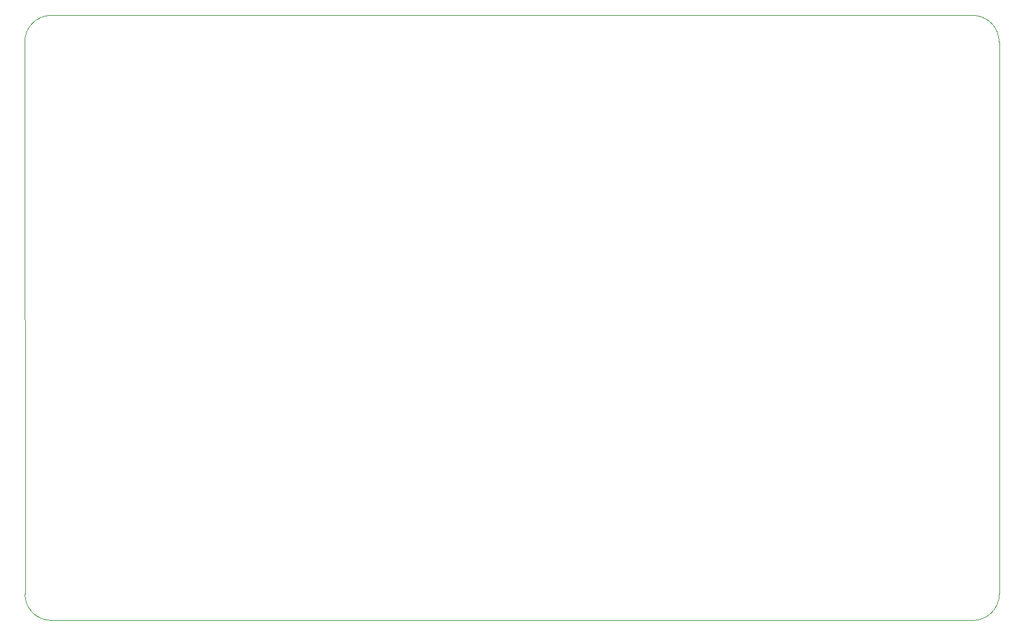
<source format=gm1>
G04 #@! TF.GenerationSoftware,KiCad,Pcbnew,(6.0.0)*
G04 #@! TF.CreationDate,2022-08-18T21:33:12-04:00*
G04 #@! TF.ProjectId,rambo,72616d62-6f2e-46b6-9963-61645f706362,rev?*
G04 #@! TF.SameCoordinates,Original*
G04 #@! TF.FileFunction,Profile,NP*
%FSLAX46Y46*%
G04 Gerber Fmt 4.6, Leading zero omitted, Abs format (unit mm)*
G04 Created by KiCad (PCBNEW (6.0.0)) date 2022-08-18 21:33:12*
%MOMM*%
%LPD*%
G01*
G04 APERTURE LIST*
G04 #@! TA.AperFunction,Profile*
%ADD10C,0.100000*%
G04 #@! TD*
G04 APERTURE END LIST*
D10*
X178054000Y-147320000D02*
X163576000Y-147320000D01*
X250190000Y-69596000D02*
G75*
G03*
X246634000Y-66040000I-3555999J1D01*
G01*
X119380000Y-143764000D02*
G75*
G03*
X122936000Y-147320000I3555999J-1D01*
G01*
X246659528Y-147320000D02*
G75*
G03*
X250215528Y-143764000I1J3555999D01*
G01*
X250190000Y-82550000D02*
X250215528Y-143764000D01*
X163576000Y-147320000D02*
X122936000Y-147320000D01*
X246659528Y-147320000D02*
X202946000Y-147320000D01*
X250190000Y-69596000D02*
X250190000Y-82550000D01*
X122910472Y-66040000D02*
X246634000Y-66040000D01*
X202946000Y-147320000D02*
X178054000Y-147320000D01*
X119380000Y-143764000D02*
X119354472Y-69596000D01*
X122910472Y-66040000D02*
G75*
G03*
X119354472Y-69596000I-1J-3555999D01*
G01*
M02*

</source>
